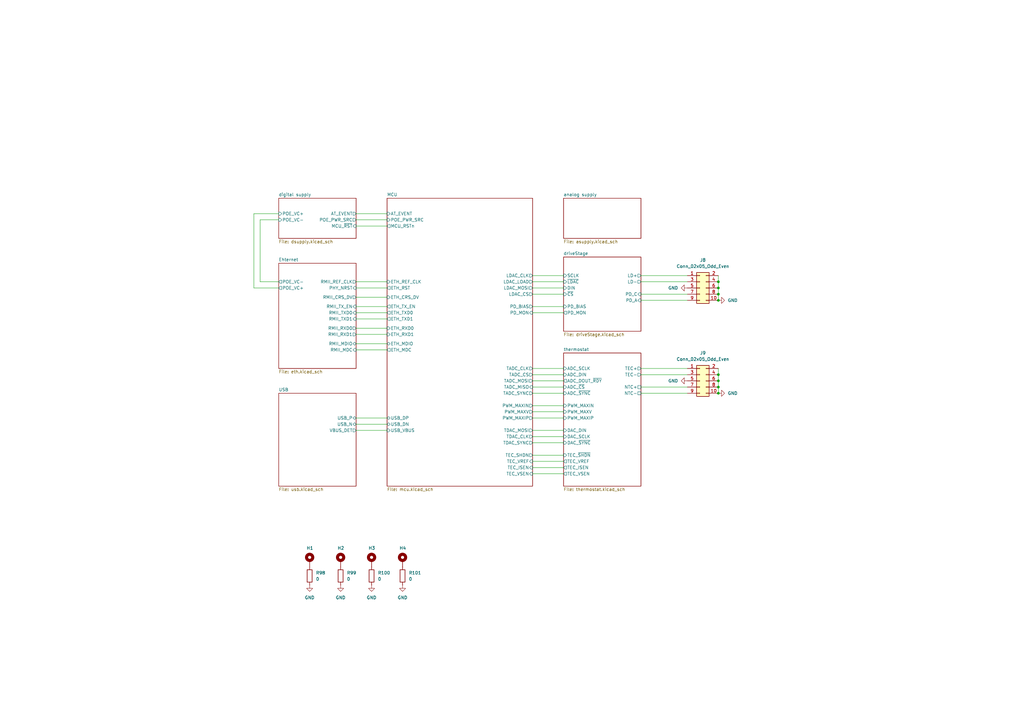
<source format=kicad_sch>
(kicad_sch (version 20211123) (generator eeschema)
  (paper "A3")
  (title_block (title "Kirdy") (date "2022-07-03") (rev "r0.1") (company "M-Labs") (comment 1 "Alex Wong Tat Hang"))
  (lib_symbols
    (symbol "Connector_Generic:Conn_02x05_Odd_Even" (pin_names (offset 1.016) hide)
      (property "Reference" "J" (at 1.27 7.62 0))
      (property "Value" "Conn_02x05_Odd_Even" (at 1.27 -7.62 0))
      (symbol "Conn_02x05_Odd_Even_1_1"
        (rectangle (start -1.27 -4.953) (end 0 -5.207) (stroke (width 0.1524)))
        (rectangle (start -1.27 -2.413) (end 0 -2.667) (stroke (width 0.1524)))
        (rectangle (start -1.27 0.127) (end 0 -0.127) (stroke (width 0.1524)))
        (rectangle (start -1.27 2.667) (end 0 2.413) (stroke (width 0.1524)))
        (rectangle (start -1.27 5.207) (end 0 4.953) (stroke (width 0.1524)))
        (rectangle (start -1.27 6.35) (end 3.81 -6.35) (stroke (width 0.254)) (fill (type background)))
        (rectangle (start 3.81 -4.953) (end 2.54 -5.207) (stroke (width 0.1524)))
        (rectangle (start 3.81 -2.413) (end 2.54 -2.667) (stroke (width 0.1524)))
        (rectangle (start 3.81 0.127) (end 2.54 -0.127) (stroke (width 0.1524)))
        (rectangle (start 3.81 2.667) (end 2.54 2.413) (stroke (width 0.1524)))
        (rectangle (start 3.81 5.207) (end 2.54 4.953) (stroke (width 0.1524)))
        (pin passive line (at -5.08 5.08 0) (length 3.81) (name "Pin_1") (number "1"))
        (pin passive line (at 7.62 -5.08 180) (length 3.81) (name "Pin_10") (number "10"))
        (pin passive line (at 7.62 5.08 180) (length 3.81) (name "Pin_2") (number "2"))
        (pin passive line (at -5.08 2.54 0) (length 3.81) (name "Pin_3") (number "3"))
        (pin passive line (at 7.62 2.54 180) (length 3.81) (name "Pin_4") (number "4"))
        (pin passive line (at -5.08 0 0) (length 3.81) (name "Pin_5") (number "5"))
        (pin passive line (at 7.62 0 180) (length 3.81) (name "Pin_6") (number "6"))
        (pin passive line (at -5.08 -2.54 0) (length 3.81) (name "Pin_7") (number "7"))
        (pin passive line (at 7.62 -2.54 180) (length 3.81) (name "Pin_8") (number "8"))
        (pin passive line (at -5.08 -5.08 0) (length 3.81) (name "Pin_9") (number "9"))
      )
    )
    (symbol "Device:R" (pin_numbers hide) (pin_names (offset 0))
      (property "Reference" "R" (at 2.032 0 90))
      (property "Value" "R" (at 0 0 90))
      (symbol "R_0_1"
        (rectangle (start -1.016 -2.54) (end 1.016 2.54) (stroke (width 0.254)))
      )
      (symbol "R_1_1"
        (pin passive line (at 0 3.81 270) (length 1.27) (name "~") (number "1"))
        (pin passive line (at 0 -3.81 90) (length 1.27) (name "~") (number "2"))
      )
    )
    (symbol "Mechanical:MountingHole_Pad" (pin_numbers hide) (pin_names (offset 1.016) hide)
      (property "Reference" "H" (at 0 6.35 0))
      (property "Value" "MountingHole_Pad" (at 0 4.445 0))
      (symbol "MountingHole_Pad_0_1"
        (circle (center 0 1.27) (radius 1.27) (stroke (width 1.27)))
      )
      (symbol "MountingHole_Pad_1_1"
        (pin input line (at 0 -2.54 90) (length 2.54) (name "1") (number "1"))
      )
    )
    (symbol "power:GND" (power) (pin_names (offset 0))
      (property "Value" "GND" (at 0 -3.81 0))
      (symbol "GND_0_1"
        (polyline (pts (xy 0 0) (xy 0 -1.27) (xy 1.27 -1.27) (xy 0 -2.54) (xy -1.27 -1.27) (xy 0 -1.27)))
      )
      (symbol "GND_1_1"
        (pin power_in line (at 0 0 270) (length 0) hide (name "GND") (number "1"))
      )
    )
  )
  (junction (at 294.64 161.29))
  (junction (at 294.64 118.11))
  (junction (at 294.64 158.75))
  (junction (at 294.64 156.21))
  (junction (at 294.64 120.65))
  (junction (at 294.64 115.57))
  (junction (at 294.64 153.67))
  (junction (at 294.64 123.19))
  (wire (pts (xy 146.05 176.53) (xy 158.75 176.53)))
  (wire (pts (xy 294.64 153.67) (xy 294.64 156.21)))
  (wire (pts (xy 218.44 168.91) (xy 231.14 168.91)))
  (wire (pts (xy 218.44 176.53) (xy 231.14 176.53)))
  (wire (pts (xy 294.64 115.57) (xy 294.64 118.11)))
  (wire (pts (xy 146.05 125.73) (xy 158.75 125.73)))
  (wire (pts (xy 262.89 123.19) (xy 281.94 123.19)))
  (wire (pts (xy 218.44 151.13) (xy 231.14 151.13)))
  (wire (pts (xy 146.05 173.99) (xy 158.75 173.99)))
  (wire (pts (xy 218.44 161.29) (xy 231.14 161.29)))
  (wire (pts (xy 146.05 115.57) (xy 158.75 115.57)))
  (wire (pts (xy 218.44 171.45) (xy 231.14 171.45)))
  (wire (pts (xy 146.05 140.97) (xy 158.75 140.97)))
  (wire (pts (xy 218.44 194.31) (xy 231.14 194.31)))
  (wire (pts (xy 218.44 153.67) (xy 231.14 153.67)))
  (wire (pts (xy 104.14 118.11) (xy 104.14 87.63)))
  (wire (pts (xy 218.44 166.37) (xy 231.14 166.37)))
  (wire (pts (xy 218.44 189.23) (xy 231.14 189.23)))
  (wire (pts (xy 218.44 179.07) (xy 231.14 179.07)))
  (wire (pts (xy 262.89 161.29) (xy 281.94 161.29)))
  (wire (pts (xy 146.05 121.92) (xy 158.75 121.92)))
  (wire (pts (xy 146.05 171.45) (xy 158.75 171.45)))
  (wire (pts (xy 146.05 87.63) (xy 158.75 87.63)))
  (wire (pts (xy 262.89 113.03) (xy 281.94 113.03)))
  (wire (pts (xy 146.05 90.17) (xy 158.75 90.17)))
  (wire (pts (xy 294.64 118.11) (xy 294.64 120.65)))
  (wire (pts (xy 106.68 115.57) (xy 106.68 90.17)))
  (wire (pts (xy 146.05 130.81) (xy 158.75 130.81)))
  (wire (pts (xy 218.44 115.57) (xy 231.14 115.57)))
  (wire (pts (xy 262.89 120.65) (xy 281.94 120.65)))
  (wire (pts (xy 106.68 90.17) (xy 114.3 90.17)))
  (wire (pts (xy 146.05 118.11) (xy 158.75 118.11)))
  (wire (pts (xy 146.05 128.27) (xy 158.75 128.27)))
  (wire (pts (xy 294.64 158.75) (xy 294.64 161.29)))
  (wire (pts (xy 114.3 118.11) (xy 104.14 118.11)))
  (wire (pts (xy 262.89 158.75) (xy 281.94 158.75)))
  (wire (pts (xy 146.05 134.62) (xy 158.75 134.62)))
  (wire (pts (xy 218.44 118.11) (xy 231.14 118.11)))
  (wire (pts (xy 294.64 120.65) (xy 294.64 123.19)))
  (wire (pts (xy 218.44 156.21) (xy 231.14 156.21)))
  (wire (pts (xy 218.44 128.27) (xy 231.14 128.27)))
  (wire (pts (xy 218.44 186.69) (xy 231.14 186.69)))
  (wire (pts (xy 218.44 125.73) (xy 231.14 125.73)))
  (wire (pts (xy 218.44 181.61) (xy 231.14 181.61)))
  (wire (pts (xy 218.44 158.75) (xy 231.14 158.75)))
  (wire (pts (xy 294.64 113.03) (xy 294.64 115.57)))
  (wire (pts (xy 218.44 120.65) (xy 231.14 120.65)))
  (wire (pts (xy 104.14 87.63) (xy 114.3 87.63)))
  (wire (pts (xy 262.89 151.13) (xy 281.94 151.13)))
  (wire (pts (xy 114.3 115.57) (xy 106.68 115.57)))
  (wire (pts (xy 262.89 153.67) (xy 281.94 153.67)))
  (wire (pts (xy 294.64 156.21) (xy 294.64 158.75)))
  (wire (pts (xy 146.05 143.51) (xy 158.75 143.51)))
  (wire (pts (xy 262.89 115.57) (xy 281.94 115.57)))
  (wire (pts (xy 218.44 191.77) (xy 231.14 191.77)))
  (wire (pts (xy 146.05 92.71) (xy 158.75 92.71)))
  (wire (pts (xy 218.44 113.03) (xy 231.14 113.03)))
  (wire (pts (xy 294.64 151.13) (xy 294.64 153.67)))
  (wire (pts (xy 146.05 137.16) (xy 158.75 137.16)))
  (symbol (lib_id "Connector_Generic:Conn_02x05_Odd_Even") (at 287.02 156.21 0) (unit 1)
    (property "Reference" "J9" (at 288.29 144.78 0))
    (property "Value" "Conn_02x05_Odd_Even" (at 288.29 147.32 0))
    (property "Footprint" "Connector_PinHeader_2.54mm:PinHeader_2x05_P2.54mm_Vertical_SMD" (effects hide))
    (property "MFR_PN" "3020-10-0300-00" (effects hide))
    (property "MFR_PN_ALT" "SBH11-NBPC-D05-SM-BK" (effects hide))
  )
  (symbol (lib_id "Device:R") (at 165.1 236.22 0) (unit 1)
    (property "Reference" "R101" (at 167.64 234.9499 0) (effects (justify left)))
    (property "Value" "0" (at 167.64 237.4899 0) (effects (justify left)))
    (property "Footprint" "Resistor_SMD:R_0603_1608Metric" (effects hide))
    (property "MFR_PN" "RMCF0603ZT0R00" (effects hide))
    (property "MFR_PN_ALT" "CR0603-J/-000ELF" (effects hide))
  )
  (symbol (lib_id "power:GND") (at 127 240.03 0) (unit 1)
    (property "Reference" "#PWR064" (effects hide))
    (property "Value" "GND" (at 127 245.11 0))
  )
  (symbol (lib_id "power:GND") (at 139.7 240.03 0) (unit 1)
    (property "Reference" "#PWR0163" (effects hide))
    (property "Value" "GND" (at 139.7 245.11 0))
  )
  (symbol (lib_id "Device:R") (at 127 236.22 0) (unit 1)
    (property "Reference" "R98" (at 129.54 234.9499 0) (effects (justify left)))
    (property "Value" "0" (at 129.54 237.4899 0) (effects (justify left)))
    (property "Footprint" "Resistor_SMD:R_0603_1608Metric" (effects hide))
    (property "MFR_PN" "RMCF0603ZT0R00" (effects hide))
    (property "MFR_PN_ALT" "CR0603-J/-000ELF" (effects hide))
  )
  (symbol (lib_id "Mechanical:MountingHole_Pad") (at 127 229.87 0) (unit 1)
    (property "Reference" "H1" (at 125.73 224.79 0) (effects (justify left)))
    (property "Value" "MountingHole_Pad" (effects hide))
    (property "Footprint" "MountingHole:MountingHole_2.7mm_M2.5_Pad_Via" (effects hide))
  )
  (symbol (lib_id "Device:R") (at 139.7 236.22 0) (unit 1)
    (property "Reference" "R99" (at 142.24 234.9499 0) (effects (justify left)))
    (property "Value" "0" (at 142.24 237.4899 0) (effects (justify left)))
    (property "Footprint" "Resistor_SMD:R_0603_1608Metric" (effects hide))
    (property "MFR_PN" "RMCF0603ZT0R00" (effects hide))
    (property "MFR_PN_ALT" "CR0603-J/-000ELF" (effects hide))
  )
  (symbol (lib_id "Mechanical:MountingHole_Pad") (at 139.7 229.87 0) (unit 1)
    (property "Reference" "H2" (at 138.43 224.79 0) (effects (justify left)))
    (property "Value" "MountingHole_Pad" (effects hide))
    (property "Footprint" "MountingHole:MountingHole_2.7mm_M2.5_Pad_Via" (effects hide))
  )
  (symbol (lib_id "power:GND") (at 294.64 161.29 90) (unit 1)
    (property "Reference" "#PWR0159" (effects hide))
    (property "Value" "GND" (at 298.45 161.2899 90) (effects (justify right)))
  )
  (symbol (lib_id "power:GND") (at 281.94 118.11 270) (unit 1)
    (property "Reference" "#PWR0156" (effects hide))
    (property "Value" "GND" (at 278.13 118.1099 90) (effects (justify right)))
  )
  (symbol (lib_id "Mechanical:MountingHole_Pad") (at 165.1 229.87 0) (unit 1)
    (property "Reference" "H4" (at 163.83 224.79 0) (effects (justify left)))
    (property "Value" "MountingHole_Pad" (effects hide))
    (property "Footprint" "MountingHole:MountingHole_2.7mm_M2.5_Pad_Via" (effects hide))
  )
  (symbol (lib_id "Mechanical:MountingHole_Pad") (at 152.4 229.87 0) (unit 1)
    (property "Reference" "H3" (at 151.13 224.79 0) (effects (justify left)))
    (property "Value" "MountingHole_Pad" (effects hide))
    (property "Footprint" "MountingHole:MountingHole_2.7mm_M2.5_Pad_Via" (effects hide))
  )
  (symbol (lib_id "power:GND") (at 152.4 240.03 0) (unit 1)
    (property "Reference" "#PWR0164" (effects hide))
    (property "Value" "GND" (at 152.4 245.11 0))
  )
  (symbol (lib_id "power:GND") (at 294.64 123.19 90) (unit 1)
    (property "Reference" "#PWR0158" (effects hide))
    (property "Value" "GND" (at 298.45 123.1899 90) (effects (justify right)))
  )
  (symbol (lib_id "Connector_Generic:Conn_02x05_Odd_Even") (at 287.02 118.11 0) (unit 1)
    (property "Reference" "J8" (at 288.29 106.68 0))
    (property "Value" "Conn_02x05_Odd_Even" (at 288.29 109.22 0))
    (property "Footprint" "Connector_PinHeader_2.54mm:PinHeader_2x05_P2.54mm_Vertical_SMD" (effects hide))
    (property "MFR_PN" "3020-10-0300-00" (effects hide))
    (property "MFR_PN_ALT" "SBH11-NBPC-D05-SM-BK" (effects hide))
  )
  (symbol (lib_id "power:GND") (at 165.1 240.03 0) (unit 1)
    (property "Reference" "#PWR0165" (effects hide))
    (property "Value" "GND" (at 165.1 245.11 0))
  )
  (symbol (lib_id "power:GND") (at 281.94 156.21 270) (unit 1)
    (property "Reference" "#PWR0157" (effects hide))
    (property "Value" "GND" (at 278.13 156.2099 90) (effects (justify right)))
  )
  (symbol (lib_id "Device:R") (at 152.4 236.22 0) (unit 1)
    (property "Reference" "R100" (at 154.94 234.9499 0) (effects (justify left)))
    (property "Value" "0" (at 154.94 237.4899 0) (effects (justify left)))
    (property "Footprint" "Resistor_SMD:R_0603_1608Metric" (effects hide))
    (property "MFR_PN" "RMCF0603ZT0R00" (effects hide))
    (property "MFR_PN_ALT" "CR0603-J/-000ELF" (effects hide))
  )
  (sheet (at 114.3 107.95) (size 31.75 43.18) (stroke (width 0.1524))
    (property "Sheet name" "Ehternet" (at 114.3 107.2384 0) (effects (justify left bottom)))
    (property "Sheet file" "eth.kicad_sch" (at 114.3 151.7146 0) (effects (justify left top)))
    (pin "RMII_MDIO" bidirectional (at 146.05 140.97 0))
    (pin "PHY_NRST" input (at 146.05 118.11 0))
    (pin "RMII_MDC" input (at 146.05 143.51 0))
    (pin "RMII_CRS_DV" output (at 146.05 121.92 0))
    (pin "RMII_TX_EN" input (at 146.05 125.73 0))
    (pin "RMII_TXD0" input (at 146.05 128.27 0))
    (pin "RMII_TXD1" input (at 146.05 130.81 0))
    (pin "RMII_RXD0" output (at 146.05 134.62 0))
    (pin "RMII_RXD1" output (at 146.05 137.16 0))
    (pin "POE_VC-" output (at 114.3 115.57 180))
    (pin "POE_VC+" output (at 114.3 118.11 180))
    (pin "RMII_REF_CLK" output (at 146.05 115.57 0))
  )
  (sheet (at 114.3 161.29) (size 31.75 38.1) (stroke (width 0.1524))
    (property "Sheet name" "USB" (at 114.3 160.5784 0) (effects (justify left bottom)))
    (property "Sheet file" "usb.kicad_sch" (at 114.3 199.9746 0) (effects (justify left top)))
    (pin "USB_N" bidirectional (at 146.05 173.99 0))
    (pin "USB_P" bidirectional (at 146.05 171.45 0))
    (pin "VBUS_DET" output (at 146.05 176.53 0))
  )
  (sheet (at 231.14 105.41) (size 31.75 30.48) (stroke (width 0.1524))
    (property "Sheet name" "driveStage" (at 231.14 104.6984 0) (effects (justify left bottom)))
    (property "Sheet file" "driveStage.kicad_sch" (at 231.14 136.4746 0) (effects (justify left top)))
    (pin "LD-" output (at 262.89 115.57 0))
    (pin "LD+" output (at 262.89 113.03 0))
    (pin "SCLK" input (at 231.14 113.03 180))
    (pin "DIN" input (at 231.14 118.11 180))
    (pin "~{LDAC}" input (at 231.14 115.57 180))
    (pin "~{CS}" input (at 231.14 120.65 180))
    (pin "PD_A" input (at 262.89 123.19 0))
    (pin "PD_C" input (at 262.89 120.65 0))
    (pin "PD_BIAS" input (at 231.14 125.73 180))
    (pin "PD_MON" output (at 231.14 128.27 180))
  )
  (sheet (at 114.3 81.28) (size 31.75 16.51) (stroke (width 0.1524))
    (property "Sheet name" "digital supply" (at 114.3 80.5684 0) (effects (justify left bottom)))
    (property "Sheet file" "dsupply.kicad_sch" (at 114.3 98.3746 0) (effects (justify left top)))
    (pin "POE_VC-" input (at 114.3 90.17 180))
    (pin "MCU_~{RST}" input (at 146.05 92.71 0))
    (pin "POE_VC+" input (at 114.3 87.63 180))
    (pin "POE_PWR_SRC" output (at 146.05 90.17 0))
    (pin "AT_EVENT" output (at 146.05 87.63 0))
  )
  (sheet (at 231.14 144.78) (size 31.75 54.61) (stroke (width 0.1524))
    (property "Sheet name" "thermostat" (at 231.14 144.0684 0) (effects (justify left bottom)))
    (property "Sheet file" "thermostat.kicad_sch" (at 231.14 199.9746 0) (effects (justify left top)))
    (pin "TEC-" output (at 262.89 153.67 0))
    (pin "TEC+" output (at 262.89 151.13 0))
    (pin "NTC-" passive (at 262.89 161.29 0))
    (pin "NTC+" passive (at 262.89 158.75 0))
    (pin "DAC_~{SYNC}" input (at 231.14 181.61 180))
    (pin "DAC_SCLK" input (at 231.14 179.07 180))
    (pin "DAC_DIN" input (at 231.14 176.53 180))
    (pin "PWM_MAXV" input (at 231.14 168.91 180))
    (pin "ADC_SCLK" input (at 231.14 151.13 180))
    (pin "ADC_DIN" input (at 231.14 153.67 180))
    (pin "ADC_DOUT_~{RDY}" output (at 231.14 156.21 180))
    (pin "ADC_~{CS}" input (at 231.14 158.75 180))
    (pin "ADC_~{SYNC}" input (at 231.14 161.29 180))
    (pin "PWM_MAXIN" input (at 231.14 166.37 180))
    (pin "PWM_MAXIP" input (at 231.14 171.45 180))
    (pin "TEC_~{SHDN}" input (at 231.14 186.69 180))
    (pin "TEC_ISEN" output (at 231.14 191.77 180))
    (pin "TEC_VREF" output (at 231.14 189.23 180))
    (pin "TEC_VSEN" output (at 231.14 194.31 180))
  )
  (sheet (at 231.14 81.28) (size 31.75 16.51) (stroke (width 0.1524))
    (property "Sheet name" "analog supply" (at 231.14 80.5684 0) (effects (justify left bottom)))
    (property "Sheet file" "asupply.kicad_sch" (at 231.14 98.3746 0) (effects (justify left top)))
  )
  (sheet (at 158.75 81.28) (size 59.69 118.11) (stroke (width 0.1524))
    (property "Sheet name" "MCU" (at 158.75 80.5684 0) (effects (justify left bottom)))
    (property "Sheet file" "mcu.kicad_sch" (at 158.75 199.9746 0) (effects (justify left top)))
    (pin "ETH_RST" output (at 158.75 118.11 180))
    (pin "ETH_MDIO" bidirectional (at 158.75 140.97 180))
    (pin "PD_MON" input (at 218.44 128.27 0))
    (pin "PD_BIAS" output (at 218.44 125.73 0))
    (pin "TEC_SHDN" output (at 218.44 186.69 0))
    (pin "TEC_VREF" input (at 218.44 189.23 0))
    (pin "ETH_CRS_DV" input (at 158.75 121.92 180))
    (pin "USB_VBUS" input (at 158.75 176.53 180))
    (pin "TEC_ISEN" input (at 218.44 191.77 0))
    (pin "TEC_VSEN" input (at 218.44 194.31 0))
    (pin "USB_DP" bidirectional (at 158.75 171.45 180))
    (pin "USB_DN" bidirectional (at 158.75 173.99 180))
    (pin "TADC_CS" output (at 218.44 153.67 0))
    (pin "LDAC_CLK" output (at 218.44 113.03 0))
    (pin "ETH_TX_EN" output (at 158.75 125.73 180))
    (pin "ETH_TXD0" output (at 158.75 128.27 180))
    (pin "ETH_TXD1" output (at 158.75 130.81 180))
    (pin "LDAC_LOAD" output (at 218.44 115.57 0))
    (pin "AT_EVENT" input (at 158.75 87.63 180))
    (pin "POE_PWR_SRC" input (at 158.75 90.17 180))
    (pin "ETH_RXD0" input (at 158.75 134.62 180))
    (pin "ETH_RXD1" input (at 158.75 137.16 180))
    (pin "LDAC_MOSI" output (at 218.44 118.11 0))
    (pin "TADC_MOSI" output (at 218.44 156.21 0))
    (pin "TADC_MISO" input (at 218.44 158.75 0))
    (pin "PWM_MAXIP" output (at 218.44 171.45 0))
    (pin "ETH_MDC" output (at 158.75 143.51 180))
    (pin "LDAC_CS" output (at 218.44 120.65 0))
    (pin "TADC_SYNC" output (at 218.44 161.29 0))
    (pin "TDAC_CLK" output (at 218.44 179.07 0))
    (pin "TDAC_SYNC" output (at 218.44 181.61 0))
    (pin "TDAC_MOSI" output (at 218.44 176.53 0))
    (pin "PWM_MAXIN" output (at 218.44 166.37 0))
    (pin "PWM_MAXV" output (at 218.44 168.91 0))
    (pin "TADC_CLK" output (at 218.44 151.13 0))
    (pin "ETH_REF_CLK" input (at 158.75 115.57 180))
    (pin "MCU_RSTn" output (at 158.75 92.71 180))
  )
)
</source>
